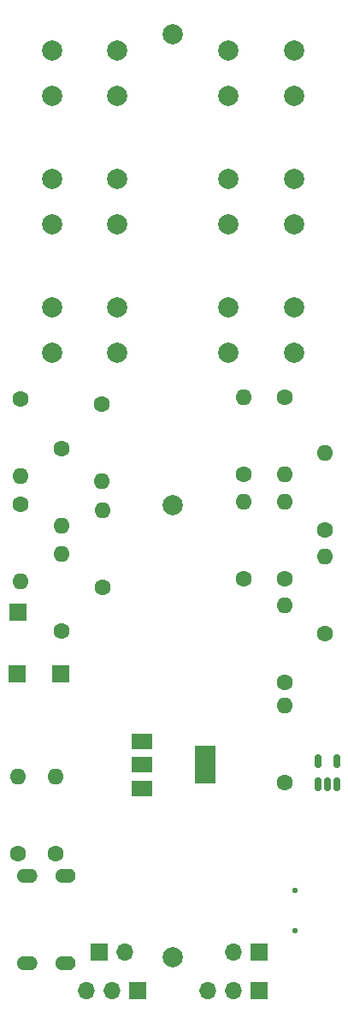
<source format=gbr>
%TF.GenerationSoftware,KiCad,Pcbnew,(6.0.5)*%
%TF.CreationDate,2022-08-02T11:06:52+05:30*%
%TF.ProjectId,ESP12 Smart Remote,45535031-3220-4536-9d61-72742052656d,rev?*%
%TF.SameCoordinates,Original*%
%TF.FileFunction,Soldermask,Bot*%
%TF.FilePolarity,Negative*%
%FSLAX46Y46*%
G04 Gerber Fmt 4.6, Leading zero omitted, Abs format (unit mm)*
G04 Created by KiCad (PCBNEW (6.0.5)) date 2022-08-02 11:06:52*
%MOMM*%
%LPD*%
G01*
G04 APERTURE LIST*
G04 Aperture macros list*
%AMRoundRect*
0 Rectangle with rounded corners*
0 $1 Rounding radius*
0 $2 $3 $4 $5 $6 $7 $8 $9 X,Y pos of 4 corners*
0 Add a 4 corners polygon primitive as box body*
4,1,4,$2,$3,$4,$5,$6,$7,$8,$9,$2,$3,0*
0 Add four circle primitives for the rounded corners*
1,1,$1+$1,$2,$3*
1,1,$1+$1,$4,$5*
1,1,$1+$1,$6,$7*
1,1,$1+$1,$8,$9*
0 Add four rect primitives between the rounded corners*
20,1,$1+$1,$2,$3,$4,$5,0*
20,1,$1+$1,$4,$5,$6,$7,0*
20,1,$1+$1,$6,$7,$8,$9,0*
20,1,$1+$1,$8,$9,$2,$3,0*%
G04 Aperture macros list end*
%ADD10C,0.010000*%
%ADD11C,2.000000*%
%ADD12C,1.600000*%
%ADD13O,1.600000X1.600000*%
%ADD14C,0.550000*%
%ADD15R,1.700000X1.700000*%
%ADD16O,1.700000X1.700000*%
%ADD17R,2.000000X1.500000*%
%ADD18R,2.000000X3.800000*%
%ADD19RoundRect,0.150000X0.150000X-0.512500X0.150000X0.512500X-0.150000X0.512500X-0.150000X-0.512500X0*%
G04 APERTURE END LIST*
%TO.C,J1*%
G36*
X144304000Y-126349000D02*
G01*
X144338000Y-126352000D01*
X144372000Y-126356000D01*
X144405000Y-126362000D01*
X144438000Y-126370000D01*
X144471000Y-126380000D01*
X144503000Y-126391000D01*
X144534000Y-126404000D01*
X144565000Y-126419000D01*
X144595000Y-126435000D01*
X144624000Y-126453000D01*
X144652000Y-126472000D01*
X144679000Y-126493000D01*
X144705000Y-126515000D01*
X144730000Y-126538000D01*
X144753000Y-126563000D01*
X144775000Y-126589000D01*
X144796000Y-126616000D01*
X144815000Y-126644000D01*
X144833000Y-126673000D01*
X144849000Y-126703000D01*
X144864000Y-126734000D01*
X144877000Y-126765000D01*
X144888000Y-126797000D01*
X144898000Y-126830000D01*
X144906000Y-126863000D01*
X144912000Y-126896000D01*
X144916000Y-126930000D01*
X144919000Y-126964000D01*
X144920000Y-126998000D01*
X144919000Y-127032000D01*
X144916000Y-127066000D01*
X144912000Y-127100000D01*
X144906000Y-127133000D01*
X144898000Y-127166000D01*
X144888000Y-127199000D01*
X144877000Y-127231000D01*
X144864000Y-127262000D01*
X144849000Y-127293000D01*
X144833000Y-127323000D01*
X144815000Y-127352000D01*
X144796000Y-127380000D01*
X144775000Y-127407000D01*
X144753000Y-127433000D01*
X144730000Y-127458000D01*
X144705000Y-127481000D01*
X144679000Y-127503000D01*
X144652000Y-127524000D01*
X144624000Y-127543000D01*
X144595000Y-127561000D01*
X144565000Y-127577000D01*
X144534000Y-127592000D01*
X144503000Y-127605000D01*
X144471000Y-127616000D01*
X144438000Y-127626000D01*
X144405000Y-127634000D01*
X144372000Y-127640000D01*
X144338000Y-127644000D01*
X144304000Y-127647000D01*
X144270000Y-127648000D01*
X143670000Y-127648000D01*
X143636000Y-127647000D01*
X143602000Y-127644000D01*
X143568000Y-127640000D01*
X143535000Y-127634000D01*
X143502000Y-127626000D01*
X143469000Y-127616000D01*
X143437000Y-127605000D01*
X143406000Y-127592000D01*
X143375000Y-127577000D01*
X143345000Y-127561000D01*
X143316000Y-127543000D01*
X143288000Y-127524000D01*
X143261000Y-127503000D01*
X143235000Y-127481000D01*
X143210000Y-127458000D01*
X143187000Y-127433000D01*
X143165000Y-127407000D01*
X143144000Y-127380000D01*
X143125000Y-127352000D01*
X143107000Y-127323000D01*
X143091000Y-127293000D01*
X143076000Y-127262000D01*
X143063000Y-127231000D01*
X143052000Y-127199000D01*
X143042000Y-127166000D01*
X143034000Y-127133000D01*
X143028000Y-127100000D01*
X143024000Y-127066000D01*
X143021000Y-127032000D01*
X143020000Y-126998000D01*
X143021000Y-126964000D01*
X143024000Y-126930000D01*
X143028000Y-126896000D01*
X143034000Y-126863000D01*
X143042000Y-126830000D01*
X143052000Y-126797000D01*
X143063000Y-126765000D01*
X143076000Y-126734000D01*
X143091000Y-126703000D01*
X143107000Y-126673000D01*
X143125000Y-126644000D01*
X143144000Y-126616000D01*
X143165000Y-126589000D01*
X143187000Y-126563000D01*
X143210000Y-126538000D01*
X143235000Y-126515000D01*
X143261000Y-126493000D01*
X143288000Y-126472000D01*
X143316000Y-126453000D01*
X143345000Y-126435000D01*
X143375000Y-126419000D01*
X143406000Y-126404000D01*
X143437000Y-126391000D01*
X143469000Y-126380000D01*
X143502000Y-126370000D01*
X143535000Y-126362000D01*
X143568000Y-126356000D01*
X143602000Y-126352000D01*
X143636000Y-126349000D01*
X143670000Y-126348000D01*
X144270000Y-126348000D01*
X144304000Y-126349000D01*
G37*
D10*
X144304000Y-126349000D02*
X144338000Y-126352000D01*
X144372000Y-126356000D01*
X144405000Y-126362000D01*
X144438000Y-126370000D01*
X144471000Y-126380000D01*
X144503000Y-126391000D01*
X144534000Y-126404000D01*
X144565000Y-126419000D01*
X144595000Y-126435000D01*
X144624000Y-126453000D01*
X144652000Y-126472000D01*
X144679000Y-126493000D01*
X144705000Y-126515000D01*
X144730000Y-126538000D01*
X144753000Y-126563000D01*
X144775000Y-126589000D01*
X144796000Y-126616000D01*
X144815000Y-126644000D01*
X144833000Y-126673000D01*
X144849000Y-126703000D01*
X144864000Y-126734000D01*
X144877000Y-126765000D01*
X144888000Y-126797000D01*
X144898000Y-126830000D01*
X144906000Y-126863000D01*
X144912000Y-126896000D01*
X144916000Y-126930000D01*
X144919000Y-126964000D01*
X144920000Y-126998000D01*
X144919000Y-127032000D01*
X144916000Y-127066000D01*
X144912000Y-127100000D01*
X144906000Y-127133000D01*
X144898000Y-127166000D01*
X144888000Y-127199000D01*
X144877000Y-127231000D01*
X144864000Y-127262000D01*
X144849000Y-127293000D01*
X144833000Y-127323000D01*
X144815000Y-127352000D01*
X144796000Y-127380000D01*
X144775000Y-127407000D01*
X144753000Y-127433000D01*
X144730000Y-127458000D01*
X144705000Y-127481000D01*
X144679000Y-127503000D01*
X144652000Y-127524000D01*
X144624000Y-127543000D01*
X144595000Y-127561000D01*
X144565000Y-127577000D01*
X144534000Y-127592000D01*
X144503000Y-127605000D01*
X144471000Y-127616000D01*
X144438000Y-127626000D01*
X144405000Y-127634000D01*
X144372000Y-127640000D01*
X144338000Y-127644000D01*
X144304000Y-127647000D01*
X144270000Y-127648000D01*
X143670000Y-127648000D01*
X143636000Y-127647000D01*
X143602000Y-127644000D01*
X143568000Y-127640000D01*
X143535000Y-127634000D01*
X143502000Y-127626000D01*
X143469000Y-127616000D01*
X143437000Y-127605000D01*
X143406000Y-127592000D01*
X143375000Y-127577000D01*
X143345000Y-127561000D01*
X143316000Y-127543000D01*
X143288000Y-127524000D01*
X143261000Y-127503000D01*
X143235000Y-127481000D01*
X143210000Y-127458000D01*
X143187000Y-127433000D01*
X143165000Y-127407000D01*
X143144000Y-127380000D01*
X143125000Y-127352000D01*
X143107000Y-127323000D01*
X143091000Y-127293000D01*
X143076000Y-127262000D01*
X143063000Y-127231000D01*
X143052000Y-127199000D01*
X143042000Y-127166000D01*
X143034000Y-127133000D01*
X143028000Y-127100000D01*
X143024000Y-127066000D01*
X143021000Y-127032000D01*
X143020000Y-126998000D01*
X143021000Y-126964000D01*
X143024000Y-126930000D01*
X143028000Y-126896000D01*
X143034000Y-126863000D01*
X143042000Y-126830000D01*
X143052000Y-126797000D01*
X143063000Y-126765000D01*
X143076000Y-126734000D01*
X143091000Y-126703000D01*
X143107000Y-126673000D01*
X143125000Y-126644000D01*
X143144000Y-126616000D01*
X143165000Y-126589000D01*
X143187000Y-126563000D01*
X143210000Y-126538000D01*
X143235000Y-126515000D01*
X143261000Y-126493000D01*
X143288000Y-126472000D01*
X143316000Y-126453000D01*
X143345000Y-126435000D01*
X143375000Y-126419000D01*
X143406000Y-126404000D01*
X143437000Y-126391000D01*
X143469000Y-126380000D01*
X143502000Y-126370000D01*
X143535000Y-126362000D01*
X143568000Y-126356000D01*
X143602000Y-126352000D01*
X143636000Y-126349000D01*
X143670000Y-126348000D01*
X144270000Y-126348000D01*
X144304000Y-126349000D01*
G36*
X140504000Y-134989000D02*
G01*
X140538000Y-134992000D01*
X140572000Y-134996000D01*
X140605000Y-135002000D01*
X140638000Y-135010000D01*
X140671000Y-135020000D01*
X140703000Y-135031000D01*
X140734000Y-135044000D01*
X140765000Y-135059000D01*
X140795000Y-135075000D01*
X140824000Y-135093000D01*
X140852000Y-135112000D01*
X140879000Y-135133000D01*
X140905000Y-135155000D01*
X140930000Y-135178000D01*
X140953000Y-135203000D01*
X140975000Y-135229000D01*
X140996000Y-135256000D01*
X141015000Y-135284000D01*
X141033000Y-135313000D01*
X141049000Y-135343000D01*
X141064000Y-135374000D01*
X141077000Y-135405000D01*
X141088000Y-135437000D01*
X141098000Y-135470000D01*
X141106000Y-135503000D01*
X141112000Y-135536000D01*
X141116000Y-135570000D01*
X141119000Y-135604000D01*
X141120000Y-135638000D01*
X141119000Y-135672000D01*
X141116000Y-135706000D01*
X141112000Y-135740000D01*
X141106000Y-135773000D01*
X141098000Y-135806000D01*
X141088000Y-135839000D01*
X141077000Y-135871000D01*
X141064000Y-135902000D01*
X141049000Y-135933000D01*
X141033000Y-135963000D01*
X141015000Y-135992000D01*
X140996000Y-136020000D01*
X140975000Y-136047000D01*
X140953000Y-136073000D01*
X140930000Y-136098000D01*
X140905000Y-136121000D01*
X140879000Y-136143000D01*
X140852000Y-136164000D01*
X140824000Y-136183000D01*
X140795000Y-136201000D01*
X140765000Y-136217000D01*
X140734000Y-136232000D01*
X140703000Y-136245000D01*
X140671000Y-136256000D01*
X140638000Y-136266000D01*
X140605000Y-136274000D01*
X140572000Y-136280000D01*
X140538000Y-136284000D01*
X140504000Y-136287000D01*
X140470000Y-136288000D01*
X139870000Y-136288000D01*
X139836000Y-136287000D01*
X139802000Y-136284000D01*
X139768000Y-136280000D01*
X139735000Y-136274000D01*
X139702000Y-136266000D01*
X139669000Y-136256000D01*
X139637000Y-136245000D01*
X139606000Y-136232000D01*
X139575000Y-136217000D01*
X139545000Y-136201000D01*
X139516000Y-136183000D01*
X139488000Y-136164000D01*
X139461000Y-136143000D01*
X139435000Y-136121000D01*
X139410000Y-136098000D01*
X139387000Y-136073000D01*
X139365000Y-136047000D01*
X139344000Y-136020000D01*
X139325000Y-135992000D01*
X139307000Y-135963000D01*
X139291000Y-135933000D01*
X139276000Y-135902000D01*
X139263000Y-135871000D01*
X139252000Y-135839000D01*
X139242000Y-135806000D01*
X139234000Y-135773000D01*
X139228000Y-135740000D01*
X139224000Y-135706000D01*
X139221000Y-135672000D01*
X139220000Y-135638000D01*
X139221000Y-135604000D01*
X139224000Y-135570000D01*
X139228000Y-135536000D01*
X139234000Y-135503000D01*
X139242000Y-135470000D01*
X139252000Y-135437000D01*
X139263000Y-135405000D01*
X139276000Y-135374000D01*
X139291000Y-135343000D01*
X139307000Y-135313000D01*
X139325000Y-135284000D01*
X139344000Y-135256000D01*
X139365000Y-135229000D01*
X139387000Y-135203000D01*
X139410000Y-135178000D01*
X139435000Y-135155000D01*
X139461000Y-135133000D01*
X139488000Y-135112000D01*
X139516000Y-135093000D01*
X139545000Y-135075000D01*
X139575000Y-135059000D01*
X139606000Y-135044000D01*
X139637000Y-135031000D01*
X139669000Y-135020000D01*
X139702000Y-135010000D01*
X139735000Y-135002000D01*
X139768000Y-134996000D01*
X139802000Y-134992000D01*
X139836000Y-134989000D01*
X139870000Y-134988000D01*
X140470000Y-134988000D01*
X140504000Y-134989000D01*
G37*
X140504000Y-134989000D02*
X140538000Y-134992000D01*
X140572000Y-134996000D01*
X140605000Y-135002000D01*
X140638000Y-135010000D01*
X140671000Y-135020000D01*
X140703000Y-135031000D01*
X140734000Y-135044000D01*
X140765000Y-135059000D01*
X140795000Y-135075000D01*
X140824000Y-135093000D01*
X140852000Y-135112000D01*
X140879000Y-135133000D01*
X140905000Y-135155000D01*
X140930000Y-135178000D01*
X140953000Y-135203000D01*
X140975000Y-135229000D01*
X140996000Y-135256000D01*
X141015000Y-135284000D01*
X141033000Y-135313000D01*
X141049000Y-135343000D01*
X141064000Y-135374000D01*
X141077000Y-135405000D01*
X141088000Y-135437000D01*
X141098000Y-135470000D01*
X141106000Y-135503000D01*
X141112000Y-135536000D01*
X141116000Y-135570000D01*
X141119000Y-135604000D01*
X141120000Y-135638000D01*
X141119000Y-135672000D01*
X141116000Y-135706000D01*
X141112000Y-135740000D01*
X141106000Y-135773000D01*
X141098000Y-135806000D01*
X141088000Y-135839000D01*
X141077000Y-135871000D01*
X141064000Y-135902000D01*
X141049000Y-135933000D01*
X141033000Y-135963000D01*
X141015000Y-135992000D01*
X140996000Y-136020000D01*
X140975000Y-136047000D01*
X140953000Y-136073000D01*
X140930000Y-136098000D01*
X140905000Y-136121000D01*
X140879000Y-136143000D01*
X140852000Y-136164000D01*
X140824000Y-136183000D01*
X140795000Y-136201000D01*
X140765000Y-136217000D01*
X140734000Y-136232000D01*
X140703000Y-136245000D01*
X140671000Y-136256000D01*
X140638000Y-136266000D01*
X140605000Y-136274000D01*
X140572000Y-136280000D01*
X140538000Y-136284000D01*
X140504000Y-136287000D01*
X140470000Y-136288000D01*
X139870000Y-136288000D01*
X139836000Y-136287000D01*
X139802000Y-136284000D01*
X139768000Y-136280000D01*
X139735000Y-136274000D01*
X139702000Y-136266000D01*
X139669000Y-136256000D01*
X139637000Y-136245000D01*
X139606000Y-136232000D01*
X139575000Y-136217000D01*
X139545000Y-136201000D01*
X139516000Y-136183000D01*
X139488000Y-136164000D01*
X139461000Y-136143000D01*
X139435000Y-136121000D01*
X139410000Y-136098000D01*
X139387000Y-136073000D01*
X139365000Y-136047000D01*
X139344000Y-136020000D01*
X139325000Y-135992000D01*
X139307000Y-135963000D01*
X139291000Y-135933000D01*
X139276000Y-135902000D01*
X139263000Y-135871000D01*
X139252000Y-135839000D01*
X139242000Y-135806000D01*
X139234000Y-135773000D01*
X139228000Y-135740000D01*
X139224000Y-135706000D01*
X139221000Y-135672000D01*
X139220000Y-135638000D01*
X139221000Y-135604000D01*
X139224000Y-135570000D01*
X139228000Y-135536000D01*
X139234000Y-135503000D01*
X139242000Y-135470000D01*
X139252000Y-135437000D01*
X139263000Y-135405000D01*
X139276000Y-135374000D01*
X139291000Y-135343000D01*
X139307000Y-135313000D01*
X139325000Y-135284000D01*
X139344000Y-135256000D01*
X139365000Y-135229000D01*
X139387000Y-135203000D01*
X139410000Y-135178000D01*
X139435000Y-135155000D01*
X139461000Y-135133000D01*
X139488000Y-135112000D01*
X139516000Y-135093000D01*
X139545000Y-135075000D01*
X139575000Y-135059000D01*
X139606000Y-135044000D01*
X139637000Y-135031000D01*
X139669000Y-135020000D01*
X139702000Y-135010000D01*
X139735000Y-135002000D01*
X139768000Y-134996000D01*
X139802000Y-134992000D01*
X139836000Y-134989000D01*
X139870000Y-134988000D01*
X140470000Y-134988000D01*
X140504000Y-134989000D01*
G36*
X140504000Y-126349000D02*
G01*
X140538000Y-126352000D01*
X140572000Y-126356000D01*
X140605000Y-126362000D01*
X140638000Y-126370000D01*
X140671000Y-126380000D01*
X140703000Y-126391000D01*
X140734000Y-126404000D01*
X140765000Y-126419000D01*
X140795000Y-126435000D01*
X140824000Y-126453000D01*
X140852000Y-126472000D01*
X140879000Y-126493000D01*
X140905000Y-126515000D01*
X140930000Y-126538000D01*
X140953000Y-126563000D01*
X140975000Y-126589000D01*
X140996000Y-126616000D01*
X141015000Y-126644000D01*
X141033000Y-126673000D01*
X141049000Y-126703000D01*
X141064000Y-126734000D01*
X141077000Y-126765000D01*
X141088000Y-126797000D01*
X141098000Y-126830000D01*
X141106000Y-126863000D01*
X141112000Y-126896000D01*
X141116000Y-126930000D01*
X141119000Y-126964000D01*
X141120000Y-126998000D01*
X141119000Y-127032000D01*
X141116000Y-127066000D01*
X141112000Y-127100000D01*
X141106000Y-127133000D01*
X141098000Y-127166000D01*
X141088000Y-127199000D01*
X141077000Y-127231000D01*
X141064000Y-127262000D01*
X141049000Y-127293000D01*
X141033000Y-127323000D01*
X141015000Y-127352000D01*
X140996000Y-127380000D01*
X140975000Y-127407000D01*
X140953000Y-127433000D01*
X140930000Y-127458000D01*
X140905000Y-127481000D01*
X140879000Y-127503000D01*
X140852000Y-127524000D01*
X140824000Y-127543000D01*
X140795000Y-127561000D01*
X140765000Y-127577000D01*
X140734000Y-127592000D01*
X140703000Y-127605000D01*
X140671000Y-127616000D01*
X140638000Y-127626000D01*
X140605000Y-127634000D01*
X140572000Y-127640000D01*
X140538000Y-127644000D01*
X140504000Y-127647000D01*
X140470000Y-127648000D01*
X139870000Y-127648000D01*
X139836000Y-127647000D01*
X139802000Y-127644000D01*
X139768000Y-127640000D01*
X139735000Y-127634000D01*
X139702000Y-127626000D01*
X139669000Y-127616000D01*
X139637000Y-127605000D01*
X139606000Y-127592000D01*
X139575000Y-127577000D01*
X139545000Y-127561000D01*
X139516000Y-127543000D01*
X139488000Y-127524000D01*
X139461000Y-127503000D01*
X139435000Y-127481000D01*
X139410000Y-127458000D01*
X139387000Y-127433000D01*
X139365000Y-127407000D01*
X139344000Y-127380000D01*
X139325000Y-127352000D01*
X139307000Y-127323000D01*
X139291000Y-127293000D01*
X139276000Y-127262000D01*
X139263000Y-127231000D01*
X139252000Y-127199000D01*
X139242000Y-127166000D01*
X139234000Y-127133000D01*
X139228000Y-127100000D01*
X139224000Y-127066000D01*
X139221000Y-127032000D01*
X139220000Y-126998000D01*
X139221000Y-126964000D01*
X139224000Y-126930000D01*
X139228000Y-126896000D01*
X139234000Y-126863000D01*
X139242000Y-126830000D01*
X139252000Y-126797000D01*
X139263000Y-126765000D01*
X139276000Y-126734000D01*
X139291000Y-126703000D01*
X139307000Y-126673000D01*
X139325000Y-126644000D01*
X139344000Y-126616000D01*
X139365000Y-126589000D01*
X139387000Y-126563000D01*
X139410000Y-126538000D01*
X139435000Y-126515000D01*
X139461000Y-126493000D01*
X139488000Y-126472000D01*
X139516000Y-126453000D01*
X139545000Y-126435000D01*
X139575000Y-126419000D01*
X139606000Y-126404000D01*
X139637000Y-126391000D01*
X139669000Y-126380000D01*
X139702000Y-126370000D01*
X139735000Y-126362000D01*
X139768000Y-126356000D01*
X139802000Y-126352000D01*
X139836000Y-126349000D01*
X139870000Y-126348000D01*
X140470000Y-126348000D01*
X140504000Y-126349000D01*
G37*
X140504000Y-126349000D02*
X140538000Y-126352000D01*
X140572000Y-126356000D01*
X140605000Y-126362000D01*
X140638000Y-126370000D01*
X140671000Y-126380000D01*
X140703000Y-126391000D01*
X140734000Y-126404000D01*
X140765000Y-126419000D01*
X140795000Y-126435000D01*
X140824000Y-126453000D01*
X140852000Y-126472000D01*
X140879000Y-126493000D01*
X140905000Y-126515000D01*
X140930000Y-126538000D01*
X140953000Y-126563000D01*
X140975000Y-126589000D01*
X140996000Y-126616000D01*
X141015000Y-126644000D01*
X141033000Y-126673000D01*
X141049000Y-126703000D01*
X141064000Y-126734000D01*
X141077000Y-126765000D01*
X141088000Y-126797000D01*
X141098000Y-126830000D01*
X141106000Y-126863000D01*
X141112000Y-126896000D01*
X141116000Y-126930000D01*
X141119000Y-126964000D01*
X141120000Y-126998000D01*
X141119000Y-127032000D01*
X141116000Y-127066000D01*
X141112000Y-127100000D01*
X141106000Y-127133000D01*
X141098000Y-127166000D01*
X141088000Y-127199000D01*
X141077000Y-127231000D01*
X141064000Y-127262000D01*
X141049000Y-127293000D01*
X141033000Y-127323000D01*
X141015000Y-127352000D01*
X140996000Y-127380000D01*
X140975000Y-127407000D01*
X140953000Y-127433000D01*
X140930000Y-127458000D01*
X140905000Y-127481000D01*
X140879000Y-127503000D01*
X140852000Y-127524000D01*
X140824000Y-127543000D01*
X140795000Y-127561000D01*
X140765000Y-127577000D01*
X140734000Y-127592000D01*
X140703000Y-127605000D01*
X140671000Y-127616000D01*
X140638000Y-127626000D01*
X140605000Y-127634000D01*
X140572000Y-127640000D01*
X140538000Y-127644000D01*
X140504000Y-127647000D01*
X140470000Y-127648000D01*
X139870000Y-127648000D01*
X139836000Y-127647000D01*
X139802000Y-127644000D01*
X139768000Y-127640000D01*
X139735000Y-127634000D01*
X139702000Y-127626000D01*
X139669000Y-127616000D01*
X139637000Y-127605000D01*
X139606000Y-127592000D01*
X139575000Y-127577000D01*
X139545000Y-127561000D01*
X139516000Y-127543000D01*
X139488000Y-127524000D01*
X139461000Y-127503000D01*
X139435000Y-127481000D01*
X139410000Y-127458000D01*
X139387000Y-127433000D01*
X139365000Y-127407000D01*
X139344000Y-127380000D01*
X139325000Y-127352000D01*
X139307000Y-127323000D01*
X139291000Y-127293000D01*
X139276000Y-127262000D01*
X139263000Y-127231000D01*
X139252000Y-127199000D01*
X139242000Y-127166000D01*
X139234000Y-127133000D01*
X139228000Y-127100000D01*
X139224000Y-127066000D01*
X139221000Y-127032000D01*
X139220000Y-126998000D01*
X139221000Y-126964000D01*
X139224000Y-126930000D01*
X139228000Y-126896000D01*
X139234000Y-126863000D01*
X139242000Y-126830000D01*
X139252000Y-126797000D01*
X139263000Y-126765000D01*
X139276000Y-126734000D01*
X139291000Y-126703000D01*
X139307000Y-126673000D01*
X139325000Y-126644000D01*
X139344000Y-126616000D01*
X139365000Y-126589000D01*
X139387000Y-126563000D01*
X139410000Y-126538000D01*
X139435000Y-126515000D01*
X139461000Y-126493000D01*
X139488000Y-126472000D01*
X139516000Y-126453000D01*
X139545000Y-126435000D01*
X139575000Y-126419000D01*
X139606000Y-126404000D01*
X139637000Y-126391000D01*
X139669000Y-126380000D01*
X139702000Y-126370000D01*
X139735000Y-126362000D01*
X139768000Y-126356000D01*
X139802000Y-126352000D01*
X139836000Y-126349000D01*
X139870000Y-126348000D01*
X140470000Y-126348000D01*
X140504000Y-126349000D01*
G36*
X144304000Y-134989000D02*
G01*
X144338000Y-134992000D01*
X144372000Y-134996000D01*
X144405000Y-135002000D01*
X144438000Y-135010000D01*
X144471000Y-135020000D01*
X144503000Y-135031000D01*
X144534000Y-135044000D01*
X144565000Y-135059000D01*
X144595000Y-135075000D01*
X144624000Y-135093000D01*
X144652000Y-135112000D01*
X144679000Y-135133000D01*
X144705000Y-135155000D01*
X144730000Y-135178000D01*
X144753000Y-135203000D01*
X144775000Y-135229000D01*
X144796000Y-135256000D01*
X144815000Y-135284000D01*
X144833000Y-135313000D01*
X144849000Y-135343000D01*
X144864000Y-135374000D01*
X144877000Y-135405000D01*
X144888000Y-135437000D01*
X144898000Y-135470000D01*
X144906000Y-135503000D01*
X144912000Y-135536000D01*
X144916000Y-135570000D01*
X144919000Y-135604000D01*
X144920000Y-135638000D01*
X144919000Y-135672000D01*
X144916000Y-135706000D01*
X144912000Y-135740000D01*
X144906000Y-135773000D01*
X144898000Y-135806000D01*
X144888000Y-135839000D01*
X144877000Y-135871000D01*
X144864000Y-135902000D01*
X144849000Y-135933000D01*
X144833000Y-135963000D01*
X144815000Y-135992000D01*
X144796000Y-136020000D01*
X144775000Y-136047000D01*
X144753000Y-136073000D01*
X144730000Y-136098000D01*
X144705000Y-136121000D01*
X144679000Y-136143000D01*
X144652000Y-136164000D01*
X144624000Y-136183000D01*
X144595000Y-136201000D01*
X144565000Y-136217000D01*
X144534000Y-136232000D01*
X144503000Y-136245000D01*
X144471000Y-136256000D01*
X144438000Y-136266000D01*
X144405000Y-136274000D01*
X144372000Y-136280000D01*
X144338000Y-136284000D01*
X144304000Y-136287000D01*
X144270000Y-136288000D01*
X143670000Y-136288000D01*
X143636000Y-136287000D01*
X143602000Y-136284000D01*
X143568000Y-136280000D01*
X143535000Y-136274000D01*
X143502000Y-136266000D01*
X143469000Y-136256000D01*
X143437000Y-136245000D01*
X143406000Y-136232000D01*
X143375000Y-136217000D01*
X143345000Y-136201000D01*
X143316000Y-136183000D01*
X143288000Y-136164000D01*
X143261000Y-136143000D01*
X143235000Y-136121000D01*
X143210000Y-136098000D01*
X143187000Y-136073000D01*
X143165000Y-136047000D01*
X143144000Y-136020000D01*
X143125000Y-135992000D01*
X143107000Y-135963000D01*
X143091000Y-135933000D01*
X143076000Y-135902000D01*
X143063000Y-135871000D01*
X143052000Y-135839000D01*
X143042000Y-135806000D01*
X143034000Y-135773000D01*
X143028000Y-135740000D01*
X143024000Y-135706000D01*
X143021000Y-135672000D01*
X143020000Y-135638000D01*
X143021000Y-135604000D01*
X143024000Y-135570000D01*
X143028000Y-135536000D01*
X143034000Y-135503000D01*
X143042000Y-135470000D01*
X143052000Y-135437000D01*
X143063000Y-135405000D01*
X143076000Y-135374000D01*
X143091000Y-135343000D01*
X143107000Y-135313000D01*
X143125000Y-135284000D01*
X143144000Y-135256000D01*
X143165000Y-135229000D01*
X143187000Y-135203000D01*
X143210000Y-135178000D01*
X143235000Y-135155000D01*
X143261000Y-135133000D01*
X143288000Y-135112000D01*
X143316000Y-135093000D01*
X143345000Y-135075000D01*
X143375000Y-135059000D01*
X143406000Y-135044000D01*
X143437000Y-135031000D01*
X143469000Y-135020000D01*
X143502000Y-135010000D01*
X143535000Y-135002000D01*
X143568000Y-134996000D01*
X143602000Y-134992000D01*
X143636000Y-134989000D01*
X143670000Y-134988000D01*
X144270000Y-134988000D01*
X144304000Y-134989000D01*
G37*
X144304000Y-134989000D02*
X144338000Y-134992000D01*
X144372000Y-134996000D01*
X144405000Y-135002000D01*
X144438000Y-135010000D01*
X144471000Y-135020000D01*
X144503000Y-135031000D01*
X144534000Y-135044000D01*
X144565000Y-135059000D01*
X144595000Y-135075000D01*
X144624000Y-135093000D01*
X144652000Y-135112000D01*
X144679000Y-135133000D01*
X144705000Y-135155000D01*
X144730000Y-135178000D01*
X144753000Y-135203000D01*
X144775000Y-135229000D01*
X144796000Y-135256000D01*
X144815000Y-135284000D01*
X144833000Y-135313000D01*
X144849000Y-135343000D01*
X144864000Y-135374000D01*
X144877000Y-135405000D01*
X144888000Y-135437000D01*
X144898000Y-135470000D01*
X144906000Y-135503000D01*
X144912000Y-135536000D01*
X144916000Y-135570000D01*
X144919000Y-135604000D01*
X144920000Y-135638000D01*
X144919000Y-135672000D01*
X144916000Y-135706000D01*
X144912000Y-135740000D01*
X144906000Y-135773000D01*
X144898000Y-135806000D01*
X144888000Y-135839000D01*
X144877000Y-135871000D01*
X144864000Y-135902000D01*
X144849000Y-135933000D01*
X144833000Y-135963000D01*
X144815000Y-135992000D01*
X144796000Y-136020000D01*
X144775000Y-136047000D01*
X144753000Y-136073000D01*
X144730000Y-136098000D01*
X144705000Y-136121000D01*
X144679000Y-136143000D01*
X144652000Y-136164000D01*
X144624000Y-136183000D01*
X144595000Y-136201000D01*
X144565000Y-136217000D01*
X144534000Y-136232000D01*
X144503000Y-136245000D01*
X144471000Y-136256000D01*
X144438000Y-136266000D01*
X144405000Y-136274000D01*
X144372000Y-136280000D01*
X144338000Y-136284000D01*
X144304000Y-136287000D01*
X144270000Y-136288000D01*
X143670000Y-136288000D01*
X143636000Y-136287000D01*
X143602000Y-136284000D01*
X143568000Y-136280000D01*
X143535000Y-136274000D01*
X143502000Y-136266000D01*
X143469000Y-136256000D01*
X143437000Y-136245000D01*
X143406000Y-136232000D01*
X143375000Y-136217000D01*
X143345000Y-136201000D01*
X143316000Y-136183000D01*
X143288000Y-136164000D01*
X143261000Y-136143000D01*
X143235000Y-136121000D01*
X143210000Y-136098000D01*
X143187000Y-136073000D01*
X143165000Y-136047000D01*
X143144000Y-136020000D01*
X143125000Y-135992000D01*
X143107000Y-135963000D01*
X143091000Y-135933000D01*
X143076000Y-135902000D01*
X143063000Y-135871000D01*
X143052000Y-135839000D01*
X143042000Y-135806000D01*
X143034000Y-135773000D01*
X143028000Y-135740000D01*
X143024000Y-135706000D01*
X143021000Y-135672000D01*
X143020000Y-135638000D01*
X143021000Y-135604000D01*
X143024000Y-135570000D01*
X143028000Y-135536000D01*
X143034000Y-135503000D01*
X143042000Y-135470000D01*
X143052000Y-135437000D01*
X143063000Y-135405000D01*
X143076000Y-135374000D01*
X143091000Y-135343000D01*
X143107000Y-135313000D01*
X143125000Y-135284000D01*
X143144000Y-135256000D01*
X143165000Y-135229000D01*
X143187000Y-135203000D01*
X143210000Y-135178000D01*
X143235000Y-135155000D01*
X143261000Y-135133000D01*
X143288000Y-135112000D01*
X143316000Y-135093000D01*
X143345000Y-135075000D01*
X143375000Y-135059000D01*
X143406000Y-135044000D01*
X143437000Y-135031000D01*
X143469000Y-135020000D01*
X143502000Y-135010000D01*
X143535000Y-135002000D01*
X143568000Y-134996000D01*
X143602000Y-134992000D01*
X143636000Y-134989000D01*
X143670000Y-134988000D01*
X144270000Y-134988000D01*
X144304000Y-134989000D01*
%TD*%
D11*
%TO.C,SW6*%
X166616000Y-70800000D03*
X160116000Y-70800000D03*
X166616000Y-75300000D03*
X160116000Y-75300000D03*
%TD*%
D12*
%TO.C,R6*%
X143637000Y-102870000D03*
D13*
X143637000Y-95250000D03*
%TD*%
D12*
%TO.C,R5*%
X139573000Y-90297000D03*
D13*
X139573000Y-97917000D03*
%TD*%
D12*
%TO.C,R15*%
X161671000Y-87376000D03*
D13*
X161671000Y-79756000D03*
%TD*%
D11*
%TO.C,SW4*%
X160116000Y-58100000D03*
X166616000Y-58100000D03*
X166616000Y-62600000D03*
X160116000Y-62600000D03*
%TD*%
D12*
%TO.C,R8*%
X165735000Y-117856000D03*
D13*
X165735000Y-110236000D03*
%TD*%
D14*
%TO.C,J6*%
X166760000Y-132468000D03*
X166760000Y-128468000D03*
%TD*%
D11*
%TO.C,SW1*%
X142660000Y-45400000D03*
X149160000Y-45400000D03*
X149160000Y-49900000D03*
X142660000Y-49900000D03*
%TD*%
D15*
%TO.C,J7*%
X163195000Y-134620000D03*
D16*
X160655000Y-134620000D03*
%TD*%
D11*
%TO.C,SW3*%
X149160000Y-58100000D03*
X142660000Y-58100000D03*
X149160000Y-62600000D03*
X142660000Y-62600000D03*
%TD*%
D12*
%TO.C,R11*%
X139573000Y-79883000D03*
D13*
X139573000Y-87503000D03*
%TD*%
D15*
%TO.C,SW7*%
X151115000Y-138430000D03*
D16*
X148575000Y-138430000D03*
X146035000Y-138430000D03*
%TD*%
D11*
%TO.C,SW2*%
X166616000Y-45400000D03*
X160116000Y-45400000D03*
X160116000Y-49900000D03*
X166616000Y-49900000D03*
%TD*%
D15*
%TO.C,J2*%
X143510000Y-107061000D03*
%TD*%
D12*
%TO.C,R16*%
X169672000Y-92837000D03*
D13*
X169672000Y-85217000D03*
%TD*%
D15*
%TO.C,J4*%
X139192000Y-107061000D03*
%TD*%
D12*
%TO.C,R7*%
X143637000Y-84836000D03*
D13*
X143637000Y-92456000D03*
%TD*%
D12*
%TO.C,R12*%
X147701000Y-98552000D03*
D13*
X147701000Y-90932000D03*
%TD*%
D11*
%TO.C,REF\u002A\u002A*%
X154638000Y-43815000D03*
%TD*%
D12*
%TO.C,R1*%
X165735000Y-79756000D03*
D13*
X165735000Y-87376000D03*
%TD*%
D12*
%TO.C,R13*%
X169672000Y-103124000D03*
D13*
X169672000Y-95504000D03*
%TD*%
D11*
%TO.C,REF\u002A\u002A*%
X154638000Y-90375000D03*
%TD*%
%TO.C,REF\u002A\u002A*%
X154638000Y-135072000D03*
%TD*%
D12*
%TO.C,R3*%
X139319000Y-124841000D03*
D13*
X139319000Y-117221000D03*
%TD*%
D12*
%TO.C,R14*%
X161671000Y-97663000D03*
D13*
X161671000Y-90043000D03*
%TD*%
D15*
%TO.C,J3*%
X139319000Y-100965000D03*
%TD*%
D12*
%TO.C,R9*%
X165735000Y-107950000D03*
D13*
X165735000Y-100330000D03*
%TD*%
D15*
%TO.C,J8*%
X163211000Y-138430000D03*
D16*
X160671000Y-138430000D03*
X158131000Y-138430000D03*
%TD*%
D15*
%TO.C,J5*%
X147340000Y-134595000D03*
D16*
X149880000Y-134595000D03*
%TD*%
D12*
%TO.C,R2*%
X147574000Y-80391000D03*
D13*
X147574000Y-88011000D03*
%TD*%
D12*
%TO.C,R4*%
X143002000Y-124841000D03*
D13*
X143002000Y-117221000D03*
%TD*%
D11*
%TO.C,SW5*%
X149160000Y-70800000D03*
X142660000Y-70800000D03*
X142660000Y-75300000D03*
X149160000Y-75300000D03*
%TD*%
D12*
%TO.C,R10*%
X165735000Y-97663000D03*
D13*
X165735000Y-90043000D03*
%TD*%
D17*
%TO.C,U3*%
X151536000Y-118378000D03*
D18*
X157836000Y-116078000D03*
D17*
X151536000Y-116078000D03*
X151536000Y-113778000D03*
%TD*%
D19*
%TO.C,U2*%
X170876000Y-117977500D03*
X169926000Y-117977500D03*
X168976000Y-117977500D03*
X168976000Y-115702500D03*
X170876000Y-115702500D03*
%TD*%
M02*

</source>
